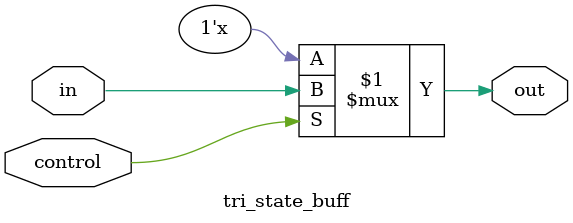
<source format=v>
`timescale 1ns / 1ps


module tri_state_buff(
    input in,
    input control,
    output out
    );
  assign out = (control) ? in : 1'bz;
endmodule

</source>
